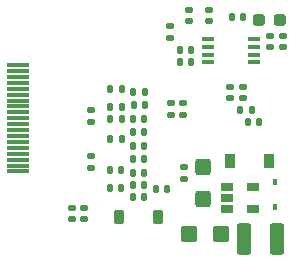
<source format=gbr>
G04 #@! TF.GenerationSoftware,KiCad,Pcbnew,7.0.6+dfsg-1*
G04 #@! TF.CreationDate,2023-08-23T13:02:17+02:00*
G04 #@! TF.ProjectId,GPDI_ULX3S,47504449-5f55-44c5-9833-532e6b696361,1.6*
G04 #@! TF.SameCoordinates,Original*
G04 #@! TF.FileFunction,Paste,Top*
G04 #@! TF.FilePolarity,Positive*
%FSLAX46Y46*%
G04 Gerber Fmt 4.6, Leading zero omitted, Abs format (unit mm)*
G04 Created by KiCad (PCBNEW 7.0.6+dfsg-1) date 2023-08-23 13:02:17*
%MOMM*%
%LPD*%
G01*
G04 APERTURE LIST*
G04 Aperture macros list*
%AMRoundRect*
0 Rectangle with rounded corners*
0 $1 Rounding radius*
0 $2 $3 $4 $5 $6 $7 $8 $9 X,Y pos of 4 corners*
0 Add a 4 corners polygon primitive as box body*
4,1,4,$2,$3,$4,$5,$6,$7,$8,$9,$2,$3,0*
0 Add four circle primitives for the rounded corners*
1,1,$1+$1,$2,$3*
1,1,$1+$1,$4,$5*
1,1,$1+$1,$6,$7*
1,1,$1+$1,$8,$9*
0 Add four rect primitives between the rounded corners*
20,1,$1+$1,$2,$3,$4,$5,0*
20,1,$1+$1,$4,$5,$6,$7,0*
20,1,$1+$1,$6,$7,$8,$9,0*
20,1,$1+$1,$8,$9,$2,$3,0*%
G04 Aperture macros list end*
%ADD10R,1.100000X0.450000*%
%ADD11RoundRect,0.225000X-0.225000X-0.375000X0.225000X-0.375000X0.225000X0.375000X-0.225000X0.375000X0*%
%ADD12RoundRect,0.249999X0.450001X0.425001X-0.450001X0.425001X-0.450001X-0.425001X0.450001X-0.425001X0*%
%ADD13RoundRect,0.249999X0.425001X-0.450001X0.425001X0.450001X-0.425001X0.450001X-0.425001X-0.450001X0*%
%ADD14R,0.900000X1.200000*%
%ADD15RoundRect,0.147500X0.147500X0.172500X-0.147500X0.172500X-0.147500X-0.172500X0.147500X-0.172500X0*%
%ADD16RoundRect,0.147500X0.172500X-0.147500X0.172500X0.147500X-0.172500X0.147500X-0.172500X-0.147500X0*%
%ADD17R,0.450000X0.600000*%
%ADD18RoundRect,0.250000X-0.375000X-1.075000X0.375000X-1.075000X0.375000X1.075000X-0.375000X1.075000X0*%
%ADD19RoundRect,0.147500X-0.172500X0.147500X-0.172500X-0.147500X0.172500X-0.147500X0.172500X0.147500X0*%
%ADD20RoundRect,0.147500X-0.147500X-0.172500X0.147500X-0.172500X0.147500X0.172500X-0.147500X0.172500X0*%
%ADD21R,1.060000X0.650000*%
%ADD22RoundRect,0.237500X-0.287500X-0.237500X0.287500X-0.237500X0.287500X0.237500X-0.287500X0.237500X0*%
%ADD23R,1.900000X0.300000*%
G04 APERTURE END LIST*
D10*
X135042460Y-72040180D03*
X135042460Y-71390180D03*
X135042460Y-70740180D03*
X135042460Y-70090180D03*
X138942460Y-70090180D03*
X138942460Y-70740180D03*
X138942460Y-71390180D03*
X138942460Y-72040180D03*
D11*
X130812460Y-85145180D03*
X127512460Y-85145180D03*
D12*
X136119960Y-86595180D03*
X133419960Y-86595180D03*
D13*
X134622460Y-83595180D03*
X134622460Y-80895180D03*
D14*
X136875000Y-80375000D03*
X140175000Y-80375000D03*
D15*
X129640000Y-82445000D03*
X128670000Y-82445000D03*
X129660000Y-80205000D03*
X128690000Y-80205000D03*
X129660000Y-77895000D03*
X128690000Y-77895000D03*
X129700000Y-75605000D03*
X128730000Y-75605000D03*
D16*
X124502460Y-85300180D03*
X124502460Y-84330180D03*
D15*
X129635000Y-81395000D03*
X128665000Y-81395000D03*
X129655000Y-79125000D03*
X128685000Y-79125000D03*
X129646000Y-76815000D03*
X128676000Y-76815000D03*
X129695000Y-74535000D03*
X128725000Y-74535000D03*
X133627460Y-70985180D03*
X132657460Y-70985180D03*
D17*
X140750000Y-82200000D03*
X140750000Y-84300000D03*
D18*
X138100000Y-87000000D03*
X140900000Y-87000000D03*
D16*
X131825000Y-68990000D03*
X131825000Y-69960000D03*
D15*
X138010000Y-68175000D03*
X137040000Y-68175000D03*
D16*
X141425000Y-70760000D03*
X141425000Y-69790000D03*
X140325000Y-70760000D03*
X140325000Y-69790000D03*
D19*
X135125000Y-67590000D03*
X135125000Y-68560000D03*
D20*
X126727460Y-82695180D03*
X127697460Y-82695180D03*
D19*
X136925760Y-74102200D03*
X136925760Y-75072200D03*
D16*
X137964620Y-75079820D03*
X137964620Y-74109820D03*
D15*
X139376720Y-77106880D03*
X138406720Y-77106880D03*
D20*
X137784420Y-76093420D03*
X138754420Y-76093420D03*
X126760000Y-78505000D03*
X127730000Y-78505000D03*
D19*
X132925260Y-75511900D03*
X132925260Y-76481900D03*
D16*
X133012460Y-81900180D03*
X133012460Y-80930180D03*
D21*
X138850000Y-82550000D03*
X138850000Y-84450000D03*
X136650000Y-84450000D03*
X136650000Y-83500000D03*
X136650000Y-82550000D03*
D20*
X126770000Y-74265000D03*
X127740000Y-74265000D03*
X126770000Y-75855000D03*
X127740000Y-75855000D03*
D16*
X125105000Y-80950000D03*
X125105000Y-79980000D03*
D20*
X126710000Y-81145000D03*
X127680000Y-81145000D03*
X132657460Y-72005180D03*
X133627460Y-72005180D03*
D15*
X131567460Y-82785180D03*
X130597460Y-82785180D03*
X129627460Y-83455180D03*
X128657460Y-83455180D03*
D16*
X131921960Y-76474280D03*
X131921960Y-75504280D03*
D19*
X133425000Y-67590000D03*
X133425000Y-68560000D03*
X123502460Y-84330180D03*
X123502460Y-85300180D03*
D22*
X139350000Y-68475000D03*
X141100000Y-68475000D03*
D20*
X126750000Y-76865000D03*
X127720000Y-76865000D03*
D19*
X125094440Y-76078320D03*
X125094440Y-77048320D03*
D23*
X118969740Y-81270140D03*
X118969740Y-80770140D03*
X118969740Y-80270140D03*
X118969740Y-79770140D03*
X118969740Y-79270140D03*
X118969740Y-78770140D03*
X118969740Y-78270140D03*
X118969740Y-77770140D03*
X118969740Y-77270140D03*
X118969740Y-76770140D03*
X118969740Y-76270140D03*
X118969740Y-75770140D03*
X118969740Y-75270140D03*
X118969740Y-74770140D03*
X118969740Y-74270140D03*
X118969740Y-73770140D03*
X118969740Y-73270140D03*
X118969740Y-72770140D03*
X118969740Y-72270140D03*
M02*

</source>
